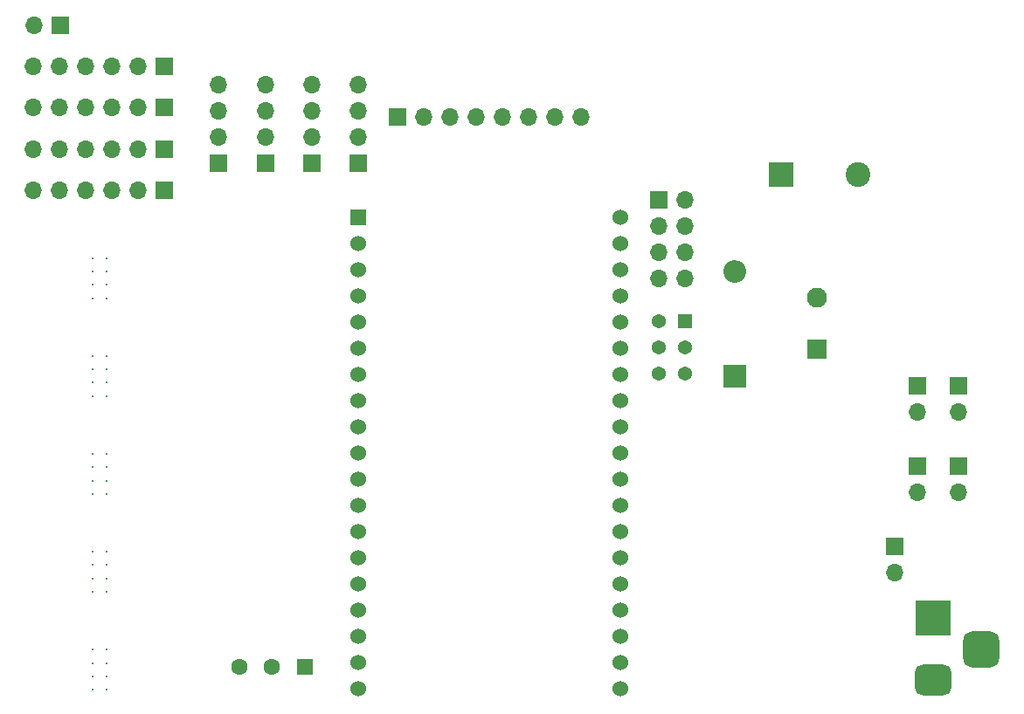
<source format=gbr>
%TF.GenerationSoftware,KiCad,Pcbnew,(6.0.9)*%
%TF.CreationDate,2023-04-06T06:38:54+10:00*%
%TF.ProjectId,Bulma,42756c6d-612e-46b6-9963-61645f706362,rev?*%
%TF.SameCoordinates,Original*%
%TF.FileFunction,Soldermask,Bot*%
%TF.FilePolarity,Negative*%
%FSLAX46Y46*%
G04 Gerber Fmt 4.6, Leading zero omitted, Abs format (unit mm)*
G04 Created by KiCad (PCBNEW (6.0.9)) date 2023-04-06 06:38:54*
%MOMM*%
%LPD*%
G01*
G04 APERTURE LIST*
G04 Aperture macros list*
%AMRoundRect*
0 Rectangle with rounded corners*
0 $1 Rounding radius*
0 $2 $3 $4 $5 $6 $7 $8 $9 X,Y pos of 4 corners*
0 Add a 4 corners polygon primitive as box body*
4,1,4,$2,$3,$4,$5,$6,$7,$8,$9,$2,$3,0*
0 Add four circle primitives for the rounded corners*
1,1,$1+$1,$2,$3*
1,1,$1+$1,$4,$5*
1,1,$1+$1,$6,$7*
1,1,$1+$1,$8,$9*
0 Add four rect primitives between the rounded corners*
20,1,$1+$1,$2,$3,$4,$5,0*
20,1,$1+$1,$4,$5,$6,$7,0*
20,1,$1+$1,$6,$7,$8,$9,0*
20,1,$1+$1,$8,$9,$2,$3,0*%
G04 Aperture macros list end*
%ADD10R,1.605000X1.605000*%
%ADD11C,1.605000*%
%ADD12R,1.700000X1.700000*%
%ADD13O,1.700000X1.700000*%
%ADD14R,2.400000X2.400000*%
%ADD15C,2.400000*%
%ADD16C,0.300000*%
%ADD17R,1.370000X1.370000*%
%ADD18C,1.370000*%
%ADD19R,1.530000X1.530000*%
%ADD20C,1.530000*%
%ADD21R,1.950000X1.950000*%
%ADD22C,1.950000*%
%ADD23R,2.200000X2.200000*%
%ADD24O,2.200000X2.200000*%
%ADD25R,3.500000X3.500000*%
%ADD26RoundRect,0.750000X1.000000X-0.750000X1.000000X0.750000X-1.000000X0.750000X-1.000000X-0.750000X0*%
%ADD27RoundRect,0.875000X0.875000X-0.875000X0.875000X0.875000X-0.875000X0.875000X-0.875000X-0.875000X0*%
G04 APERTURE END LIST*
D10*
%TO.C,S1*%
X137158444Y-135749400D03*
D11*
X133958444Y-135749400D03*
X130758444Y-135749400D03*
%TD*%
D12*
%TO.C,J15*%
X137795000Y-86852500D03*
D13*
X137795000Y-84312500D03*
X137795000Y-81772500D03*
X137795000Y-79232500D03*
%TD*%
D12*
%TO.C,J13*%
X113450000Y-73475000D03*
D13*
X110910000Y-73475000D03*
%TD*%
D14*
%TO.C,C7*%
X183237246Y-88000000D03*
D15*
X190737246Y-88000000D03*
%TD*%
D12*
%TO.C,J9*%
X194250000Y-124000000D03*
D13*
X194250000Y-126540000D03*
%TD*%
D16*
%TO.C,U2*%
X117900000Y-109450000D03*
X116600000Y-109450000D03*
X117900000Y-108150000D03*
X116600000Y-108150000D03*
X117900000Y-106850000D03*
X116600000Y-106850000D03*
X117900000Y-105550000D03*
X116600000Y-105550000D03*
%TD*%
D12*
%TO.C,J1*%
X200500000Y-108450000D03*
D13*
X200500000Y-110990000D03*
%TD*%
D12*
%TO.C,U6*%
X146136500Y-82379000D03*
D13*
X148676500Y-82379000D03*
X151216500Y-82379000D03*
X153756500Y-82379000D03*
X156296500Y-82379000D03*
X158836500Y-82379000D03*
X161376500Y-82379000D03*
X163916500Y-82379000D03*
%TD*%
D12*
%TO.C,J17*%
X128795000Y-86852500D03*
D13*
X128795000Y-84312500D03*
X128795000Y-81772500D03*
X128795000Y-79232500D03*
%TD*%
D16*
%TO.C,U1*%
X117900000Y-99950000D03*
X116600000Y-99950000D03*
X117900000Y-98650000D03*
X116600000Y-98650000D03*
X117900000Y-97350000D03*
X116600000Y-97350000D03*
X117900000Y-96050000D03*
X116600000Y-96050000D03*
%TD*%
%TO.C,U7*%
X117900000Y-137950000D03*
X116600000Y-137950000D03*
X117900000Y-136650000D03*
X116600000Y-136650000D03*
X117900000Y-135350000D03*
X116600000Y-135350000D03*
X117900000Y-134050000D03*
X116600000Y-134050000D03*
%TD*%
%TO.C,U4*%
X117900000Y-128450000D03*
X116600000Y-128450000D03*
X117900000Y-127150000D03*
X116600000Y-127150000D03*
X117900000Y-125850000D03*
X116600000Y-125850000D03*
X117900000Y-124550000D03*
X116600000Y-124550000D03*
%TD*%
D12*
%TO.C,J18*%
X171455000Y-90410000D03*
D13*
X173995000Y-90410000D03*
X171455000Y-92950000D03*
X173995000Y-92950000D03*
X171455000Y-95490000D03*
X173995000Y-95490000D03*
X171455000Y-98030000D03*
X173995000Y-98030000D03*
%TD*%
D12*
%TO.C,J3*%
X123500000Y-89500000D03*
D13*
X120960000Y-89500000D03*
X118420000Y-89500000D03*
X115880000Y-89500000D03*
X113340000Y-89500000D03*
X110800000Y-89500000D03*
%TD*%
D17*
%TO.C,J7*%
X174000000Y-102170000D03*
D18*
X171460000Y-102170000D03*
X174000000Y-104710000D03*
X171460000Y-104710000D03*
X174000000Y-107250000D03*
X171460000Y-107250000D03*
%TD*%
D19*
%TO.C,U5*%
X142300000Y-92150000D03*
D20*
X142300000Y-94690000D03*
X142300000Y-97230000D03*
X142300000Y-99770000D03*
X142300000Y-102310000D03*
X142300000Y-104850000D03*
X142300000Y-107390000D03*
X142300000Y-109930000D03*
X142300000Y-112470000D03*
X142300000Y-115010000D03*
X142300000Y-117550000D03*
X142300000Y-120090000D03*
X142300000Y-122630000D03*
X142300000Y-125170000D03*
X142300000Y-127710000D03*
X142300000Y-130250000D03*
X142300000Y-132790000D03*
X142300000Y-135330000D03*
X142300000Y-137870000D03*
X167700000Y-137870000D03*
X167700000Y-135330000D03*
X167700000Y-132790000D03*
X167700000Y-130250000D03*
X167700000Y-127710000D03*
X167700000Y-125170000D03*
X167700000Y-122630000D03*
X167700000Y-120090000D03*
X167700000Y-117550000D03*
X167700000Y-115010000D03*
X167700000Y-112470000D03*
X167700000Y-109930000D03*
X167700000Y-107390000D03*
X167700000Y-104850000D03*
X167700000Y-102310000D03*
X167700000Y-99770000D03*
X167700000Y-97230000D03*
X167700000Y-94690000D03*
X167700000Y-92150000D03*
%TD*%
D12*
%TO.C,J5*%
X123500000Y-81475000D03*
D13*
X120960000Y-81475000D03*
X118420000Y-81475000D03*
X115880000Y-81475000D03*
X113340000Y-81475000D03*
X110800000Y-81475000D03*
%TD*%
D21*
%TO.C,J8*%
X186750000Y-104920000D03*
D22*
X186750000Y-99920000D03*
%TD*%
D23*
%TO.C,D3*%
X178750000Y-107500000D03*
D24*
X178750000Y-97340000D03*
%TD*%
D25*
%TO.C,J10*%
X198000000Y-131000000D03*
D26*
X198000000Y-137000000D03*
D27*
X202700000Y-134000000D03*
%TD*%
D12*
%TO.C,J12*%
X196500000Y-116250000D03*
D13*
X196500000Y-118790000D03*
%TD*%
D12*
%TO.C,J11*%
X200500000Y-116225000D03*
D13*
X200500000Y-118765000D03*
%TD*%
D12*
%TO.C,J14*%
X142295000Y-86852500D03*
D13*
X142295000Y-84312500D03*
X142295000Y-81772500D03*
X142295000Y-79232500D03*
%TD*%
D12*
%TO.C,J16*%
X133295000Y-86852500D03*
D13*
X133295000Y-84312500D03*
X133295000Y-81772500D03*
X133295000Y-79232500D03*
%TD*%
D16*
%TO.C,U3*%
X117900000Y-118950000D03*
X116600000Y-118950000D03*
X117900000Y-117650000D03*
X116600000Y-117650000D03*
X117900000Y-116350000D03*
X116600000Y-116350000D03*
X117900000Y-115050000D03*
X116600000Y-115050000D03*
%TD*%
D12*
%TO.C,J2*%
X196500000Y-108450000D03*
D13*
X196500000Y-110990000D03*
%TD*%
D12*
%TO.C,J6*%
X123500000Y-77500000D03*
D13*
X120960000Y-77500000D03*
X118420000Y-77500000D03*
X115880000Y-77500000D03*
X113340000Y-77500000D03*
X110800000Y-77500000D03*
%TD*%
D12*
%TO.C,J4*%
X123525000Y-85475000D03*
D13*
X120985000Y-85475000D03*
X118445000Y-85475000D03*
X115905000Y-85475000D03*
X113365000Y-85475000D03*
X110825000Y-85475000D03*
%TD*%
M02*

</source>
